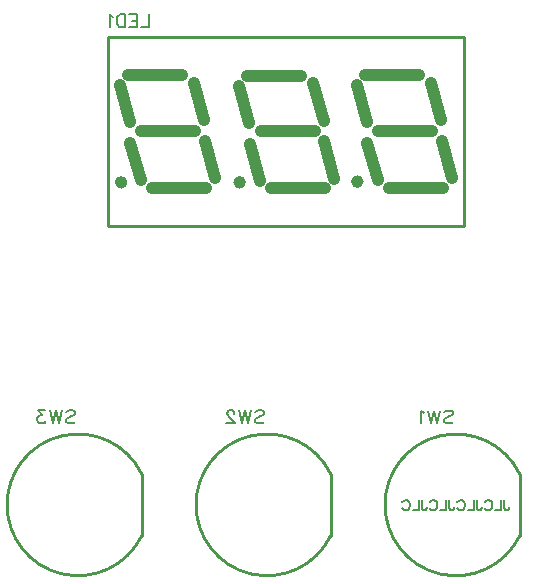
<source format=gbo>
G04 Layer: BottomSilkscreenLayer*
G04 EasyEDA v6.5.15, 2022-09-18 23:53:43*
G04 d3691748ad514627a52f7aef6c0eae22,d4513426d2154aa39f2c2607306ca696,10*
G04 Gerber Generator version 0.2*
G04 Scale: 100 percent, Rotated: No, Reflected: No *
G04 Dimensions in millimeters *
G04 leading zeros omitted , absolute positions ,4 integer and 5 decimal *
%FSLAX45Y45*%
%MOMM*%

%ADD10C,0.1800*%
%ADD11C,0.1778*%
%ADD12C,0.2540*%
%ADD13C,1.0000*%
%ADD14C,0.5000*%

%LPD*%
D10*
X6109091Y-4359183D02*
G01*
X6109091Y-4424636D01*
X6113183Y-4436910D01*
X6117272Y-4441002D01*
X6125453Y-4445091D01*
X6133637Y-4445091D01*
X6141819Y-4441002D01*
X6145908Y-4436910D01*
X6150000Y-4424636D01*
X6150000Y-4416455D01*
X6082090Y-4359183D02*
G01*
X6082090Y-4445091D01*
X6082090Y-4445091D02*
G01*
X6033000Y-4445091D01*
X5944636Y-4379638D02*
G01*
X5948728Y-4371456D01*
X5956909Y-4363272D01*
X5965090Y-4359183D01*
X5981456Y-4359183D01*
X5989637Y-4363272D01*
X5997818Y-4371456D01*
X6001908Y-4379638D01*
X6006000Y-4391911D01*
X6006000Y-4412366D01*
X6001908Y-4424636D01*
X5997818Y-4432820D01*
X5989637Y-4441002D01*
X5981456Y-4445091D01*
X5965090Y-4445091D01*
X5956909Y-4441002D01*
X5948728Y-4432820D01*
X5944636Y-4424636D01*
X5876726Y-4359183D02*
G01*
X5876726Y-4424636D01*
X5880818Y-4436910D01*
X5884910Y-4441002D01*
X5893092Y-4445091D01*
X5901273Y-4445091D01*
X5909454Y-4441002D01*
X5913546Y-4436910D01*
X5917636Y-4424636D01*
X5917636Y-4416455D01*
X5849726Y-4359183D02*
G01*
X5849726Y-4445091D01*
X5849726Y-4445091D02*
G01*
X5800636Y-4445091D01*
X5712272Y-4379638D02*
G01*
X5716363Y-4371456D01*
X5724545Y-4363272D01*
X5732726Y-4359183D01*
X5749091Y-4359183D01*
X5757273Y-4363272D01*
X5765454Y-4371456D01*
X5769546Y-4379638D01*
X5773635Y-4391911D01*
X5773635Y-4412366D01*
X5769546Y-4424636D01*
X5765454Y-4432820D01*
X5757273Y-4441002D01*
X5749091Y-4445091D01*
X5732726Y-4445091D01*
X5724545Y-4441002D01*
X5716363Y-4432820D01*
X5712272Y-4424636D01*
X5644365Y-4359183D02*
G01*
X5644365Y-4424636D01*
X5648454Y-4436910D01*
X5652546Y-4441002D01*
X5660727Y-4445091D01*
X5668909Y-4445091D01*
X5677090Y-4441002D01*
X5681182Y-4436910D01*
X5685274Y-4424636D01*
X5685274Y-4416455D01*
X5617364Y-4359183D02*
G01*
X5617364Y-4445091D01*
X5617364Y-4445091D02*
G01*
X5568274Y-4445091D01*
X5479910Y-4379638D02*
G01*
X5483999Y-4371456D01*
X5492181Y-4363272D01*
X5500364Y-4359183D01*
X5516727Y-4359183D01*
X5524908Y-4363272D01*
X5533090Y-4371456D01*
X5537182Y-4379638D01*
X5541274Y-4391911D01*
X5541274Y-4412366D01*
X5537182Y-4424636D01*
X5533090Y-4432820D01*
X5524908Y-4441002D01*
X5516727Y-4445091D01*
X5500364Y-4445091D01*
X5492181Y-4441002D01*
X5483999Y-4432820D01*
X5479910Y-4424636D01*
X5412000Y-4359183D02*
G01*
X5412000Y-4424636D01*
X5416090Y-4436910D01*
X5420182Y-4441002D01*
X5428363Y-4445091D01*
X5436544Y-4445091D01*
X5444728Y-4441002D01*
X5448818Y-4436910D01*
X5452910Y-4424636D01*
X5452910Y-4416455D01*
X5385000Y-4359183D02*
G01*
X5385000Y-4445091D01*
X5385000Y-4445091D02*
G01*
X5335910Y-4445091D01*
X5247546Y-4379638D02*
G01*
X5251637Y-4371456D01*
X5259819Y-4363272D01*
X5268000Y-4359183D01*
X5284363Y-4359183D01*
X5292544Y-4363272D01*
X5300728Y-4371456D01*
X5304817Y-4379638D01*
X5308909Y-4391911D01*
X5308909Y-4412366D01*
X5304817Y-4424636D01*
X5300728Y-4432820D01*
X5292544Y-4441002D01*
X5284363Y-4445091D01*
X5268000Y-4445091D01*
X5259819Y-4441002D01*
X5251637Y-4432820D01*
X5247546Y-4424636D01*
D11*
X3099836Y-247129D02*
G01*
X3099836Y-356232D01*
X3099836Y-356232D02*
G01*
X3037492Y-356232D01*
X3003202Y-247129D02*
G01*
X3003202Y-356232D01*
X3003202Y-247129D02*
G01*
X2935660Y-247129D01*
X3003202Y-299082D02*
G01*
X2961637Y-299082D01*
X3003202Y-356232D02*
G01*
X2935660Y-356232D01*
X2901370Y-247129D02*
G01*
X2901370Y-356232D01*
X2901370Y-247129D02*
G01*
X2865000Y-247129D01*
X2849415Y-252323D01*
X2839024Y-262714D01*
X2833829Y-273105D01*
X2828632Y-288693D01*
X2828632Y-314670D01*
X2833829Y-330255D01*
X2839024Y-340647D01*
X2849415Y-351038D01*
X2865000Y-356232D01*
X2901370Y-356232D01*
X2794342Y-267911D02*
G01*
X2783951Y-262714D01*
X2768366Y-247129D01*
X2768366Y-356232D01*
X2401859Y-3616632D02*
G01*
X2412250Y-3606241D01*
X2427836Y-3601046D01*
X2448618Y-3601046D01*
X2464203Y-3606241D01*
X2474595Y-3616632D01*
X2474595Y-3627023D01*
X2469400Y-3637414D01*
X2464203Y-3642608D01*
X2453812Y-3647805D01*
X2422639Y-3658196D01*
X2412250Y-3663391D01*
X2407053Y-3668585D01*
X2401859Y-3678976D01*
X2401859Y-3694564D01*
X2412250Y-3704955D01*
X2427836Y-3710150D01*
X2448618Y-3710150D01*
X2464203Y-3704955D01*
X2474595Y-3694564D01*
X2367569Y-3601046D02*
G01*
X2341590Y-3710150D01*
X2315613Y-3601046D02*
G01*
X2341590Y-3710150D01*
X2315613Y-3601046D02*
G01*
X2289637Y-3710150D01*
X2263660Y-3601046D02*
G01*
X2289637Y-3710150D01*
X2218979Y-3601046D02*
G01*
X2161829Y-3601046D01*
X2193000Y-3642608D01*
X2177414Y-3642608D01*
X2167023Y-3647805D01*
X2161829Y-3653000D01*
X2156632Y-3668585D01*
X2156632Y-3678976D01*
X2161829Y-3694564D01*
X2172220Y-3704955D01*
X2187806Y-3710150D01*
X2203391Y-3710150D01*
X2218979Y-3704955D01*
X2224173Y-3699758D01*
X2229370Y-3689367D01*
X4001856Y-3616632D02*
G01*
X4012247Y-3606241D01*
X4027832Y-3601046D01*
X4048615Y-3601046D01*
X4064200Y-3606241D01*
X4074591Y-3616632D01*
X4074591Y-3627023D01*
X4069397Y-3637414D01*
X4064200Y-3642608D01*
X4053809Y-3647805D01*
X4022636Y-3658196D01*
X4012247Y-3663391D01*
X4007050Y-3668585D01*
X4001856Y-3678976D01*
X4001856Y-3694564D01*
X4012247Y-3704955D01*
X4027832Y-3710150D01*
X4048615Y-3710150D01*
X4064200Y-3704955D01*
X4074591Y-3694564D01*
X3967566Y-3601046D02*
G01*
X3941587Y-3710150D01*
X3915610Y-3601046D02*
G01*
X3941587Y-3710150D01*
X3915610Y-3601046D02*
G01*
X3889634Y-3710150D01*
X3863657Y-3601046D02*
G01*
X3889634Y-3710150D01*
X3824170Y-3627023D02*
G01*
X3824170Y-3621826D01*
X3818976Y-3611435D01*
X3813779Y-3606241D01*
X3803388Y-3601046D01*
X3782606Y-3601046D01*
X3772217Y-3606241D01*
X3767020Y-3611435D01*
X3761826Y-3621826D01*
X3761826Y-3632217D01*
X3767020Y-3642608D01*
X3777411Y-3658196D01*
X3829367Y-3710150D01*
X3756629Y-3710150D01*
X5602056Y-3616784D02*
G01*
X5612447Y-3606393D01*
X5628032Y-3601199D01*
X5648815Y-3601199D01*
X5664400Y-3606393D01*
X5674791Y-3616784D01*
X5674791Y-3627175D01*
X5669597Y-3637567D01*
X5664400Y-3642761D01*
X5654009Y-3647958D01*
X5622836Y-3658349D01*
X5612447Y-3663543D01*
X5607250Y-3668737D01*
X5602056Y-3679129D01*
X5602056Y-3694717D01*
X5612447Y-3705108D01*
X5628032Y-3710302D01*
X5648815Y-3710302D01*
X5664400Y-3705108D01*
X5674791Y-3694717D01*
X5567766Y-3601199D02*
G01*
X5541787Y-3710302D01*
X5515810Y-3601199D02*
G01*
X5541787Y-3710302D01*
X5515810Y-3601199D02*
G01*
X5489834Y-3710302D01*
X5463857Y-3601199D02*
G01*
X5489834Y-3710302D01*
X5429567Y-3621979D02*
G01*
X5419176Y-3616784D01*
X5403588Y-3601199D01*
X5403588Y-3710302D01*
D12*
X5767501Y-437499D02*
G01*
X2757500Y-437499D01*
X2757500Y-437499D02*
G01*
X2757500Y-2037501D01*
X2757500Y-2037501D02*
G01*
X5767501Y-2037501D01*
X5767501Y-437499D02*
G01*
X5767501Y-2037501D01*
D13*
X4389500Y-767600D02*
G01*
X3932300Y-767600D01*
X3862450Y-850150D02*
G01*
X3951350Y-1167650D01*
X4491100Y-831100D02*
G01*
X4580000Y-1148600D01*
X4592700Y-1720100D02*
G01*
X4135500Y-1720100D01*
X4503800Y-1237500D02*
G01*
X4046600Y-1237500D01*
X3954525Y-1342275D02*
G01*
X4043425Y-1659775D01*
X4583175Y-1323225D02*
G01*
X4672075Y-1640725D01*
X3379764Y-761250D02*
G01*
X2922564Y-761250D01*
X2852714Y-843800D02*
G01*
X2941614Y-1161300D01*
X3481364Y-824750D02*
G01*
X3570264Y-1142250D01*
X3582964Y-1713750D02*
G01*
X3125764Y-1713750D01*
X3494064Y-1231150D02*
G01*
X3036864Y-1231150D01*
X2944789Y-1335925D02*
G01*
X3033689Y-1653425D01*
X3573439Y-1316875D02*
G01*
X3662339Y-1634375D01*
X5386364Y-761250D02*
G01*
X4929164Y-761250D01*
X4859314Y-843800D02*
G01*
X4948214Y-1161300D01*
X5487964Y-824750D02*
G01*
X5576864Y-1142250D01*
X5589564Y-1713750D02*
G01*
X5132364Y-1713750D01*
X5500664Y-1231150D02*
G01*
X5043464Y-1231150D01*
X4951389Y-1335925D02*
G01*
X5040289Y-1653425D01*
X5580039Y-1316875D02*
G01*
X5668939Y-1634375D01*
D12*
X3039993Y-4659990D02*
G01*
X3039993Y-4139991D01*
X4639990Y-4659990D02*
G01*
X4639990Y-4139991D01*
X6240190Y-4660143D02*
G01*
X6240190Y-4140144D01*
G75*
G01*
X3039270Y-4663013D02*
G02*
X3039270Y-4136969I-539275J263022D01*
G75*
G01*
X4639267Y-4663013D02*
G02*
X4639267Y-4136969I-539276J263022D01*
G75*
G01*
X6239467Y-4663166D02*
G02*
X6239467Y-4137122I-539276J263022D01*
D14*
G75*
G01
X3897198Y-1669313D02*
G03X3897198Y-1669313I-28397J0D01*
G75*
G01
X2893898Y-1669313D02*
G03X2893898Y-1669313I-28397J0D01*
G75*
G01
X4894072Y-1662963D02*
G03X4894072Y-1662963I-28397J0D01*
M02*

</source>
